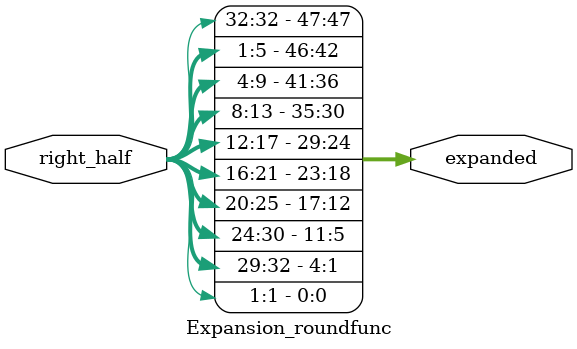
<source format=v>

module Expansion_roundfunc(right_half,expanded);
	 
input [1:32] right_half;
output reg [1:48] expanded;
	 
	 
 wire [1:32] right_half;
	 
always @ (right_half)
begin

            expanded[1]<= right_half[32];
            expanded[2:5]<= right_half[1:4];
            expanded[6]<=right_half[5];

            expanded[7]<=right_half[4];								 
            expanded[8:11]<=right_half[5:8];
            expanded[12]<=right_half[9];

            expanded[13]<=right_half[8];
            expanded[14:17]<=right_half[9:12];
            expanded[18]<=right_half[13];

            expanded[19]<=right_half[12];
            expanded[20:23]<=right_half[13:16];
            expanded[24]<=right_half[17];

            expanded[25]<=right_half[16];
            expanded[26:29]<=right_half[17:20];
            expanded[30]<=right_half[21];

            expanded[31]<=right_half[20];
            expanded[32:35]<=right_half[21:24];
            expanded[36]<=right_half[25];

            expanded[37]<=right_half[24];
            expanded[38:41]<=right_half[25:28];
            expanded[42]<=right_half[29];

            expanded[43]<=right_half[30];
            expanded[44:47]<=right_half[29:32];
            expanded[48]<=right_half[1];

end

endmodule
</source>
